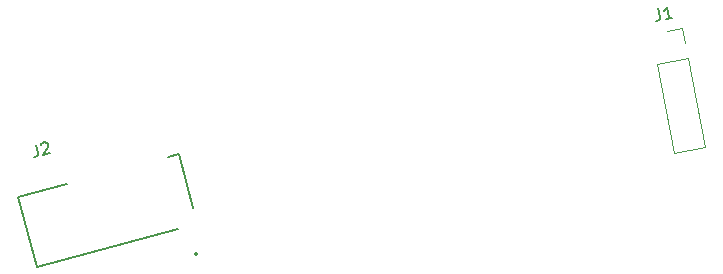
<source format=gbr>
%TF.GenerationSoftware,KiCad,Pcbnew,9.0.2*%
%TF.CreationDate,2025-07-31T22:53:19+02:00*%
%TF.ProjectId,multiboard_RIGHT,6d756c74-6962-46f6-9172-645f52494748,1.0*%
%TF.SameCoordinates,Original*%
%TF.FileFunction,Legend,Top*%
%TF.FilePolarity,Positive*%
%FSLAX46Y46*%
G04 Gerber Fmt 4.6, Leading zero omitted, Abs format (unit mm)*
G04 Created by KiCad (PCBNEW 9.0.2) date 2025-07-31 22:53:19*
%MOMM*%
%LPD*%
G01*
G04 APERTURE LIST*
%ADD10C,0.150000*%
%ADD11C,0.120000*%
%ADD12C,0.127000*%
%ADD13C,0.200000*%
G04 APERTURE END LIST*
D10*
X82555569Y-35315998D02*
X82691861Y-36017160D01*
X82691861Y-36017160D02*
X82672375Y-36166479D01*
X82672375Y-36166479D02*
X82597059Y-36278140D01*
X82597059Y-36278140D02*
X82465913Y-36352142D01*
X82465913Y-36352142D02*
X82372425Y-36370314D01*
X83728005Y-36106816D02*
X83167075Y-36215850D01*
X83447540Y-36161333D02*
X83256731Y-35179706D01*
X83256731Y-35179706D02*
X83190502Y-35338111D01*
X83190502Y-35338111D02*
X83115185Y-35449771D01*
X83115185Y-35449771D02*
X83030783Y-35514688D01*
X29832361Y-46866934D02*
X30017232Y-47556881D01*
X30017232Y-47556881D02*
X30008209Y-47707195D01*
X30008209Y-47707195D02*
X29940866Y-47823838D01*
X29940866Y-47823838D02*
X29815201Y-47906808D01*
X29815201Y-47906808D02*
X29723208Y-47931458D01*
X30270979Y-46848005D02*
X30304650Y-46789683D01*
X30304650Y-46789683D02*
X30384319Y-46719038D01*
X30384319Y-46719038D02*
X30614301Y-46657414D01*
X30614301Y-46657414D02*
X30718619Y-46678761D01*
X30718619Y-46678761D02*
X30776940Y-46712433D01*
X30776940Y-46712433D02*
X30847586Y-46792101D01*
X30847586Y-46792101D02*
X30872235Y-46884094D01*
X30872235Y-46884094D02*
X30863213Y-47034408D01*
X30863213Y-47034408D02*
X30459152Y-47734262D01*
X30459152Y-47734262D02*
X31057106Y-47574041D01*
D11*
%TO.C,J1*%
X82452108Y-40007109D02*
X83917521Y-47546006D01*
X82452108Y-40007109D02*
X85063237Y-39499559D01*
X83261569Y-37201103D02*
X84567133Y-36947327D01*
X83917521Y-47546006D02*
X86528650Y-47038454D01*
X84567133Y-36947327D02*
X84820909Y-38252891D01*
X85063237Y-39499559D02*
X86528650Y-47038454D01*
D12*
%TO.C,J2*%
X28333270Y-51285674D02*
X32467431Y-50177929D01*
X29912065Y-57177822D02*
X28333270Y-51285674D01*
X41006215Y-47889969D02*
X41952823Y-47636326D01*
X41870226Y-53973642D02*
X29912065Y-57177822D01*
X41952823Y-47636326D02*
X43177037Y-52205155D01*
D13*
X43492984Y-56102047D02*
G75*
G02*
X43292986Y-56102047I-99999J0D01*
G01*
X43292986Y-56102047D02*
G75*
G02*
X43492984Y-56102047I99999J0D01*
G01*
%TD*%
M02*

</source>
